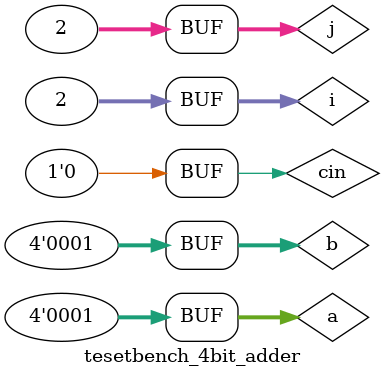
<source format=v>
module tesetbench_4bit_adder ();

reg [3:0] a;
reg [3:0] b;
reg cin;
wire [3:0] sum;
wire cout;

integer i, j;

ripple_adder_4bit_structural M1(.a(a), .b(b), .carry_in(cin), .sum(sum), .carry_out(cout));

initial begin
    $monitor("a=%0d, b=%0d, carry_in=%b, sum=%0d, carry_out=%b", a,b,cin,sum,cout);
end

initial begin
    #1; a = 4'b0000; b = 4'b0000; cin = 0;
    #1; a = 4'b0000; b = 4'b0000; cin = 1;
    #1; a = 4'b0001; b = 4'b0001; cin = 0;
    #1; a = 4'b0001; b = 4'b0001; cin = 1;
    #1; a = 4'd3; b = 4'd6; cin = 0;
    #1; a = 4'b1111; b = 4'b1111; cin = 1;

    for (i =0 ;i<2 ;i =i+1 ) begin
        for (j = 0;j<2 ; j=j+1) begin
            #1 a = i; b = j; cin = 0;
            
        end
        
    end

end

endmodule
</source>
